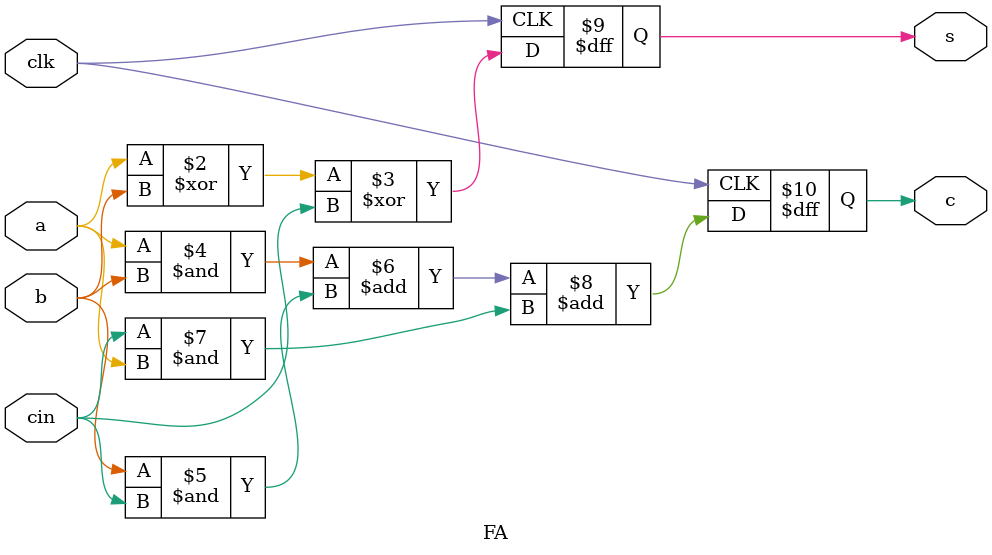
<source format=v>
module FA(clk, a, b, cin, s, c);
    input clk;
    input a, b, cin;
    output  reg s, c;
    always @(posedge clk) begin
        s <= (a ^ b ^ cin);
        c <= ( a & b ) + ( b & cin ) + ( cin & a );
    end
endmodule
</source>
